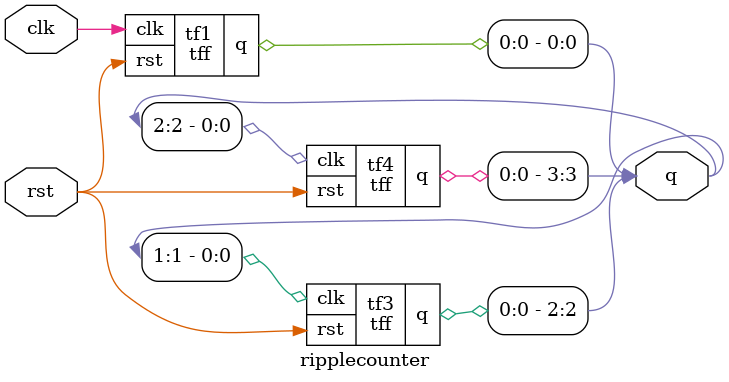
<source format=v>
module tff(q,clk,rst);
input clk,rst;
output q;
wire d;
dff df1(q,d,clk,rst);
not n1(d,q);
endmodule

module dff(q,d,clk,rst);
input d,clk,rst;
output q;
reg q;
always @(posedge clk or posedge rst)
begin
if (rst)
q=1'b0;
else 
q=d;
end
endmodule

module ripplecounter(clk,rst,q);
input clk,rst;
output [3:0]q;
tff tf1(q[0],clk,rst);
tff tf3(q[2],q[1],rst);
tff tf4(q[3],q[2],rst);
endmodule

</source>
